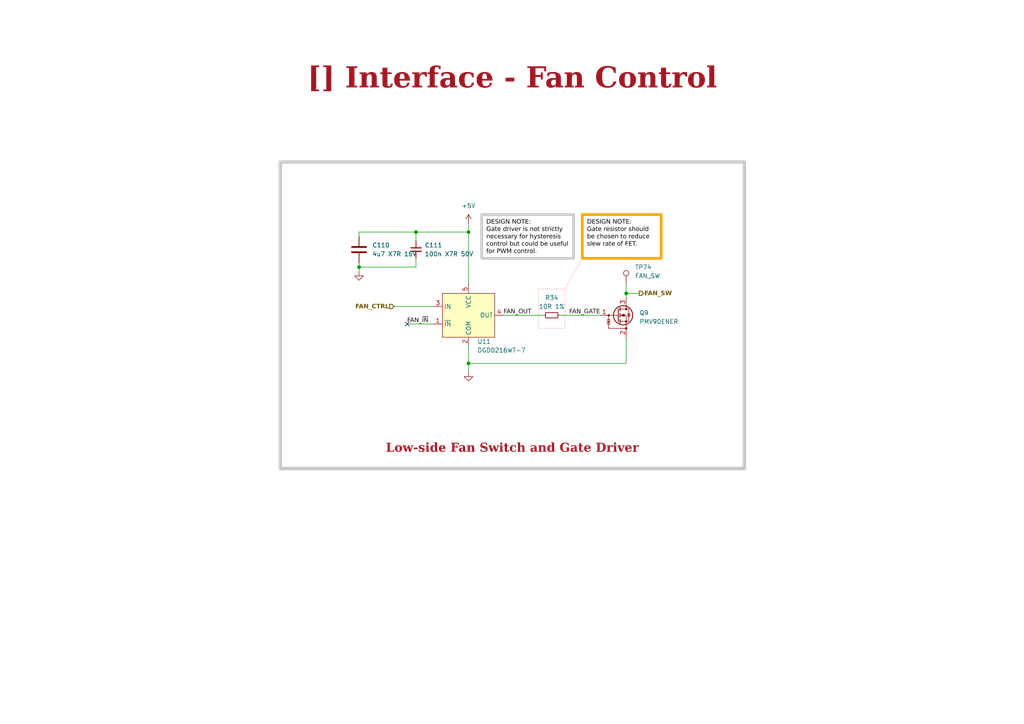
<source format=kicad_sch>
(kicad_sch
	(version 20231120)
	(generator "eeschema")
	(generator_version "8.0")
	(uuid "9561d9b9-905f-4f61-b14b-32e7a70f5d64")
	(paper "A4")
	(title_block
		(title "Interface - Fan Control")
		(date "2023-11-19")
		(rev "${REVISION}")
		(company "${COMPANY}")
	)
	(lib_symbols
		(symbol "0_gate_driver:DGD0216WT-7"
			(exclude_from_sim no)
			(in_bom yes)
			(on_board yes)
			(property "Reference" "U"
				(at -7.62 7.62 0)
				(effects
					(font
						(size 1.27 1.27)
					)
				)
			)
			(property "Value" "DGD0216WT-7"
				(at 7.62 -7.62 0)
				(effects
					(font
						(size 1.27 1.27)
					)
				)
			)
			(property "Footprint" "Package_TO_SOT_SMD:TSOT-23-5"
				(at 1.27 -22.86 0)
				(effects
					(font
						(size 1.27 1.27)
					)
					(hide yes)
				)
			)
			(property "Datasheet" "https://www.diodes.com/assets/Datasheets/DGD0215-0216.pdf"
				(at 0 -21.59 0)
				(effects
					(font
						(size 1.27 1.27)
					)
					(hide yes)
				)
			)
			(property "Description" "1.9A HIGH SPEED SINGLE GATE DRIVER"
				(at 0 0 0)
				(effects
					(font
						(size 1.27 1.27)
					)
					(hide yes)
				)
			)
			(property "ki_keywords" "Gate Driver"
				(at 0 0 0)
				(effects
					(font
						(size 1.27 1.27)
					)
					(hide yes)
				)
			)
			(symbol "DGD0216WT-7_1_1"
				(rectangle
					(start -7.62 6.35)
					(end 7.62 -6.35)
					(stroke
						(width 0)
						(type default)
					)
					(fill
						(type background)
					)
				)
				(pin input line
					(at -10.16 -2.54 0)
					(length 2.54)
					(name "~{IN}"
						(effects
							(font
								(size 1.27 1.27)
							)
						)
					)
					(number "1"
						(effects
							(font
								(size 1.27 1.27)
							)
						)
					)
				)
				(pin passive line
					(at 0 -8.89 90)
					(length 2.54)
					(name "COM"
						(effects
							(font
								(size 1.27 1.27)
							)
						)
					)
					(number "2"
						(effects
							(font
								(size 1.27 1.27)
							)
						)
					)
				)
				(pin input line
					(at -10.16 2.54 0)
					(length 2.54)
					(name "IN"
						(effects
							(font
								(size 1.27 1.27)
							)
						)
					)
					(number "3"
						(effects
							(font
								(size 1.27 1.27)
							)
						)
					)
				)
				(pin output line
					(at 10.16 0 180)
					(length 2.54)
					(name "OUT"
						(effects
							(font
								(size 1.27 1.27)
							)
						)
					)
					(number "4"
						(effects
							(font
								(size 1.27 1.27)
							)
						)
					)
				)
				(pin power_in line
					(at 0 8.89 270)
					(length 2.54)
					(name "VCC"
						(effects
							(font
								(size 1.27 1.27)
							)
						)
					)
					(number "5"
						(effects
							(font
								(size 1.27 1.27)
							)
						)
					)
				)
			)
		)
		(symbol "0_transistor_fet:PMV90ENER"
			(pin_names hide)
			(exclude_from_sim no)
			(in_bom yes)
			(on_board yes)
			(property "Reference" "Q"
				(at 5.08 1.905 0)
				(effects
					(font
						(size 1.27 1.27)
					)
					(justify left)
				)
			)
			(property "Value" "PMV90ENER"
				(at 5.08 0 0)
				(effects
					(font
						(size 1.27 1.27)
					)
					(justify left)
				)
			)
			(property "Footprint" "0_package_SOT_TO_SMD:SOT-23-3"
				(at 5.08 12.7 0)
				(effects
					(font
						(size 1.27 1.27)
						(italic yes)
					)
					(justify left)
					(hide yes)
				)
			)
			(property "Datasheet" "https://assets.nexperia.com/documents/data-sheet/PMV90ENE.pdf"
				(at 5.08 15.24 0)
				(effects
					(font
						(size 1.27 1.27)
					)
					(justify left)
					(hide yes)
				)
			)
			(property "Description" "N-Channel 30 V 3A (Ta) 460mW (Ta) Surface Mount TO-236AB"
				(at 0 0 0)
				(effects
					(font
						(size 1.27 1.27)
					)
					(hide yes)
				)
			)
			(property "ki_keywords" "N-Channel MOSFET Logic-Level"
				(at 0 0 0)
				(effects
					(font
						(size 1.27 1.27)
					)
					(hide yes)
				)
			)
			(property "ki_fp_filters" "TO?92*"
				(at 0 0 0)
				(effects
					(font
						(size 1.27 1.27)
					)
					(hide yes)
				)
			)
			(symbol "PMV90ENER_0_1"
				(circle
					(center -2.54 0)
					(radius 0.254)
					(stroke
						(width 0)
						(type default)
					)
					(fill
						(type outline)
					)
				)
				(polyline
					(pts
						(xy -2.54 -3.81) (xy -2.54 -2.54)
					)
					(stroke
						(width 0)
						(type default)
					)
					(fill
						(type none)
					)
				)
				(polyline
					(pts
						(xy -2.54 -3.81) (xy 2.54 -3.81)
					)
					(stroke
						(width 0)
						(type default)
					)
					(fill
						(type none)
					)
				)
				(polyline
					(pts
						(xy -2.54 0) (xy -2.54 -1.27)
					)
					(stroke
						(width 0)
						(type default)
					)
					(fill
						(type none)
					)
				)
				(polyline
					(pts
						(xy 0.254 0) (xy -2.54 0)
					)
					(stroke
						(width 0)
						(type default)
					)
					(fill
						(type none)
					)
				)
				(polyline
					(pts
						(xy 0.254 1.905) (xy 0.254 -1.905)
					)
					(stroke
						(width 0.254)
						(type default)
					)
					(fill
						(type none)
					)
				)
				(polyline
					(pts
						(xy 0.762 -1.27) (xy 0.762 -2.286)
					)
					(stroke
						(width 0.254)
						(type default)
					)
					(fill
						(type none)
					)
				)
				(polyline
					(pts
						(xy 0.762 0.508) (xy 0.762 -0.508)
					)
					(stroke
						(width 0.254)
						(type default)
					)
					(fill
						(type none)
					)
				)
				(polyline
					(pts
						(xy 0.762 2.286) (xy 0.762 1.27)
					)
					(stroke
						(width 0.254)
						(type default)
					)
					(fill
						(type none)
					)
				)
				(polyline
					(pts
						(xy 2.54 2.54) (xy 2.54 1.778)
					)
					(stroke
						(width 0)
						(type default)
					)
					(fill
						(type none)
					)
				)
				(polyline
					(pts
						(xy 2.54 -3.81) (xy 2.54 0) (xy 0.762 0)
					)
					(stroke
						(width 0)
						(type default)
					)
					(fill
						(type none)
					)
				)
				(polyline
					(pts
						(xy -2.54 -1.905) (xy -2.921 -1.27) (xy -2.159 -1.27) (xy -2.54 -1.905)
					)
					(stroke
						(width 0)
						(type default)
					)
					(fill
						(type none)
					)
				)
				(polyline
					(pts
						(xy -2.54 -1.905) (xy -2.159 -2.54) (xy -2.921 -2.54) (xy -2.54 -1.905)
					)
					(stroke
						(width 0)
						(type default)
					)
					(fill
						(type none)
					)
				)
				(polyline
					(pts
						(xy -2.032 -1.778) (xy -2.159 -1.905) (xy -2.921 -1.905) (xy -3.048 -2.032)
					)
					(stroke
						(width 0)
						(type default)
					)
					(fill
						(type none)
					)
				)
				(polyline
					(pts
						(xy 0.762 -1.778) (xy 3.302 -1.778) (xy 3.302 1.778) (xy 0.762 1.778)
					)
					(stroke
						(width 0)
						(type default)
					)
					(fill
						(type none)
					)
				)
				(polyline
					(pts
						(xy 1.016 0) (xy 2.032 0.381) (xy 2.032 -0.381) (xy 1.016 0)
					)
					(stroke
						(width 0)
						(type default)
					)
					(fill
						(type outline)
					)
				)
				(polyline
					(pts
						(xy 2.794 0.508) (xy 2.921 0.381) (xy 3.683 0.381) (xy 3.81 0.254)
					)
					(stroke
						(width 0)
						(type default)
					)
					(fill
						(type none)
					)
				)
				(polyline
					(pts
						(xy 3.302 0.381) (xy 2.921 -0.254) (xy 3.683 -0.254) (xy 3.302 0.381)
					)
					(stroke
						(width 0)
						(type default)
					)
					(fill
						(type none)
					)
				)
				(circle
					(center 1.651 0)
					(radius 2.794)
					(stroke
						(width 0.254)
						(type default)
					)
					(fill
						(type none)
					)
				)
				(circle
					(center 2.54 -3.81)
					(radius 0.254)
					(stroke
						(width 0)
						(type default)
					)
					(fill
						(type outline)
					)
				)
				(circle
					(center 2.54 -1.778)
					(radius 0.254)
					(stroke
						(width 0)
						(type default)
					)
					(fill
						(type outline)
					)
				)
				(circle
					(center 2.54 1.778)
					(radius 0.254)
					(stroke
						(width 0)
						(type default)
					)
					(fill
						(type outline)
					)
				)
			)
			(symbol "PMV90ENER_1_1"
				(pin input line
					(at -5.08 0 0)
					(length 2.54)
					(name "G"
						(effects
							(font
								(size 1.27 1.27)
							)
						)
					)
					(number "1"
						(effects
							(font
								(size 1.27 1.27)
							)
						)
					)
				)
				(pin passive line
					(at 2.54 -6.35 90)
					(length 2.54)
					(name "S"
						(effects
							(font
								(size 1.27 1.27)
							)
						)
					)
					(number "2"
						(effects
							(font
								(size 1.27 1.27)
							)
						)
					)
				)
				(pin passive line
					(at 2.54 5.08 270)
					(length 2.54)
					(name "D"
						(effects
							(font
								(size 1.27 1.27)
							)
						)
					)
					(number "3"
						(effects
							(font
								(size 1.27 1.27)
							)
						)
					)
				)
			)
		)
		(symbol "Connector:TestPoint"
			(pin_numbers hide)
			(pin_names
				(offset 0.762) hide)
			(exclude_from_sim no)
			(in_bom yes)
			(on_board yes)
			(property "Reference" "TP"
				(at 0 6.858 0)
				(effects
					(font
						(size 1.27 1.27)
					)
				)
			)
			(property "Value" "TestPoint"
				(at 0 5.08 0)
				(effects
					(font
						(size 1.27 1.27)
					)
				)
			)
			(property "Footprint" ""
				(at 5.08 0 0)
				(effects
					(font
						(size 1.27 1.27)
					)
					(hide yes)
				)
			)
			(property "Datasheet" "~"
				(at 5.08 0 0)
				(effects
					(font
						(size 1.27 1.27)
					)
					(hide yes)
				)
			)
			(property "Description" "test point"
				(at 0 0 0)
				(effects
					(font
						(size 1.27 1.27)
					)
					(hide yes)
				)
			)
			(property "ki_keywords" "test point tp"
				(at 0 0 0)
				(effects
					(font
						(size 1.27 1.27)
					)
					(hide yes)
				)
			)
			(property "ki_fp_filters" "Pin* Test*"
				(at 0 0 0)
				(effects
					(font
						(size 1.27 1.27)
					)
					(hide yes)
				)
			)
			(symbol "TestPoint_0_1"
				(circle
					(center 0 3.302)
					(radius 0.762)
					(stroke
						(width 0)
						(type default)
					)
					(fill
						(type none)
					)
				)
			)
			(symbol "TestPoint_1_1"
				(pin passive line
					(at 0 0 90)
					(length 2.54)
					(name "1"
						(effects
							(font
								(size 1.27 1.27)
							)
						)
					)
					(number "1"
						(effects
							(font
								(size 1.27 1.27)
							)
						)
					)
				)
			)
		)
		(symbol "Device:C"
			(pin_numbers hide)
			(pin_names
				(offset 0.254)
			)
			(exclude_from_sim no)
			(in_bom yes)
			(on_board yes)
			(property "Reference" "C"
				(at 0.635 2.54 0)
				(effects
					(font
						(size 1.27 1.27)
					)
					(justify left)
				)
			)
			(property "Value" "C"
				(at 0.635 -2.54 0)
				(effects
					(font
						(size 1.27 1.27)
					)
					(justify left)
				)
			)
			(property "Footprint" ""
				(at 0.9652 -3.81 0)
				(effects
					(font
						(size 1.27 1.27)
					)
					(hide yes)
				)
			)
			(property "Datasheet" "~"
				(at 0 0 0)
				(effects
					(font
						(size 1.27 1.27)
					)
					(hide yes)
				)
			)
			(property "Description" "Unpolarized capacitor"
				(at 0 0 0)
				(effects
					(font
						(size 1.27 1.27)
					)
					(hide yes)
				)
			)
			(property "ki_keywords" "cap capacitor"
				(at 0 0 0)
				(effects
					(font
						(size 1.27 1.27)
					)
					(hide yes)
				)
			)
			(property "ki_fp_filters" "C_*"
				(at 0 0 0)
				(effects
					(font
						(size 1.27 1.27)
					)
					(hide yes)
				)
			)
			(symbol "C_0_1"
				(polyline
					(pts
						(xy -2.032 -0.762) (xy 2.032 -0.762)
					)
					(stroke
						(width 0.508)
						(type default)
					)
					(fill
						(type none)
					)
				)
				(polyline
					(pts
						(xy -2.032 0.762) (xy 2.032 0.762)
					)
					(stroke
						(width 0.508)
						(type default)
					)
					(fill
						(type none)
					)
				)
			)
			(symbol "C_1_1"
				(pin passive line
					(at 0 3.81 270)
					(length 2.794)
					(name "~"
						(effects
							(font
								(size 1.27 1.27)
							)
						)
					)
					(number "1"
						(effects
							(font
								(size 1.27 1.27)
							)
						)
					)
				)
				(pin passive line
					(at 0 -3.81 90)
					(length 2.794)
					(name "~"
						(effects
							(font
								(size 1.27 1.27)
							)
						)
					)
					(number "2"
						(effects
							(font
								(size 1.27 1.27)
							)
						)
					)
				)
			)
		)
		(symbol "Device:C_Small"
			(pin_numbers hide)
			(pin_names
				(offset 0.254) hide)
			(exclude_from_sim no)
			(in_bom yes)
			(on_board yes)
			(property "Reference" "C"
				(at 0.254 1.778 0)
				(effects
					(font
						(size 1.27 1.27)
					)
					(justify left)
				)
			)
			(property "Value" "C_Small"
				(at 0.254 -2.032 0)
				(effects
					(font
						(size 1.27 1.27)
					)
					(justify left)
				)
			)
			(property "Footprint" ""
				(at 0 0 0)
				(effects
					(font
						(size 1.27 1.27)
					)
					(hide yes)
				)
			)
			(property "Datasheet" "~"
				(at 0 0 0)
				(effects
					(font
						(size 1.27 1.27)
					)
					(hide yes)
				)
			)
			(property "Description" "Unpolarized capacitor, small symbol"
				(at 0 0 0)
				(effects
					(font
						(size 1.27 1.27)
					)
					(hide yes)
				)
			)
			(property "ki_keywords" "capacitor cap"
				(at 0 0 0)
				(effects
					(font
						(size 1.27 1.27)
					)
					(hide yes)
				)
			)
			(property "ki_fp_filters" "C_*"
				(at 0 0 0)
				(effects
					(font
						(size 1.27 1.27)
					)
					(hide yes)
				)
			)
			(symbol "C_Small_0_1"
				(polyline
					(pts
						(xy -1.524 -0.508) (xy 1.524 -0.508)
					)
					(stroke
						(width 0.3302)
						(type default)
					)
					(fill
						(type none)
					)
				)
				(polyline
					(pts
						(xy -1.524 0.508) (xy 1.524 0.508)
					)
					(stroke
						(width 0.3048)
						(type default)
					)
					(fill
						(type none)
					)
				)
			)
			(symbol "C_Small_1_1"
				(pin passive line
					(at 0 2.54 270)
					(length 2.032)
					(name "~"
						(effects
							(font
								(size 1.27 1.27)
							)
						)
					)
					(number "1"
						(effects
							(font
								(size 1.27 1.27)
							)
						)
					)
				)
				(pin passive line
					(at 0 -2.54 90)
					(length 2.032)
					(name "~"
						(effects
							(font
								(size 1.27 1.27)
							)
						)
					)
					(number "2"
						(effects
							(font
								(size 1.27 1.27)
							)
						)
					)
				)
			)
		)
		(symbol "Device:R_Small"
			(pin_numbers hide)
			(pin_names
				(offset 0.254) hide)
			(exclude_from_sim no)
			(in_bom yes)
			(on_board yes)
			(property "Reference" "R"
				(at 0.762 0.508 0)
				(effects
					(font
						(size 1.27 1.27)
					)
					(justify left)
				)
			)
			(property "Value" "R_Small"
				(at 0.762 -1.016 0)
				(effects
					(font
						(size 1.27 1.27)
					)
					(justify left)
				)
			)
			(property "Footprint" ""
				(at 0 0 0)
				(effects
					(font
						(size 1.27 1.27)
					)
					(hide yes)
				)
			)
			(property "Datasheet" "~"
				(at 0 0 0)
				(effects
					(font
						(size 1.27 1.27)
					)
					(hide yes)
				)
			)
			(property "Description" "Resistor, small symbol"
				(at 0 0 0)
				(effects
					(font
						(size 1.27 1.27)
					)
					(hide yes)
				)
			)
			(property "ki_keywords" "R resistor"
				(at 0 0 0)
				(effects
					(font
						(size 1.27 1.27)
					)
					(hide yes)
				)
			)
			(property "ki_fp_filters" "R_*"
				(at 0 0 0)
				(effects
					(font
						(size 1.27 1.27)
					)
					(hide yes)
				)
			)
			(symbol "R_Small_0_1"
				(rectangle
					(start -0.762 1.778)
					(end 0.762 -1.778)
					(stroke
						(width 0.2032)
						(type default)
					)
					(fill
						(type none)
					)
				)
			)
			(symbol "R_Small_1_1"
				(pin passive line
					(at 0 2.54 270)
					(length 0.762)
					(name "~"
						(effects
							(font
								(size 1.27 1.27)
							)
						)
					)
					(number "1"
						(effects
							(font
								(size 1.27 1.27)
							)
						)
					)
				)
				(pin passive line
					(at 0 -2.54 90)
					(length 0.762)
					(name "~"
						(effects
							(font
								(size 1.27 1.27)
							)
						)
					)
					(number "2"
						(effects
							(font
								(size 1.27 1.27)
							)
						)
					)
				)
			)
		)
		(symbol "power:+5V"
			(power)
			(pin_names
				(offset 0)
			)
			(exclude_from_sim no)
			(in_bom yes)
			(on_board yes)
			(property "Reference" "#PWR"
				(at 0 -3.81 0)
				(effects
					(font
						(size 1.27 1.27)
					)
					(hide yes)
				)
			)
			(property "Value" "+5V"
				(at 0 3.556 0)
				(effects
					(font
						(size 1.27 1.27)
					)
				)
			)
			(property "Footprint" ""
				(at 0 0 0)
				(effects
					(font
						(size 1.27 1.27)
					)
					(hide yes)
				)
			)
			(property "Datasheet" ""
				(at 0 0 0)
				(effects
					(font
						(size 1.27 1.27)
					)
					(hide yes)
				)
			)
			(property "Description" "Power symbol creates a global label with name \"+5V\""
				(at 0 0 0)
				(effects
					(font
						(size 1.27 1.27)
					)
					(hide yes)
				)
			)
			(property "ki_keywords" "global power"
				(at 0 0 0)
				(effects
					(font
						(size 1.27 1.27)
					)
					(hide yes)
				)
			)
			(symbol "+5V_0_1"
				(polyline
					(pts
						(xy -0.762 1.27) (xy 0 2.54)
					)
					(stroke
						(width 0)
						(type default)
					)
					(fill
						(type none)
					)
				)
				(polyline
					(pts
						(xy 0 0) (xy 0 2.54)
					)
					(stroke
						(width 0)
						(type default)
					)
					(fill
						(type none)
					)
				)
				(polyline
					(pts
						(xy 0 2.54) (xy 0.762 1.27)
					)
					(stroke
						(width 0)
						(type default)
					)
					(fill
						(type none)
					)
				)
			)
			(symbol "+5V_1_1"
				(pin power_in line
					(at 0 0 90)
					(length 0) hide
					(name "+5V"
						(effects
							(font
								(size 1.27 1.27)
							)
						)
					)
					(number "1"
						(effects
							(font
								(size 1.27 1.27)
							)
						)
					)
				)
			)
		)
		(symbol "power:GND"
			(power)
			(pin_names
				(offset 0)
			)
			(exclude_from_sim no)
			(in_bom yes)
			(on_board yes)
			(property "Reference" "#PWR"
				(at 0 -6.35 0)
				(effects
					(font
						(size 1.27 1.27)
					)
					(hide yes)
				)
			)
			(property "Value" "GND"
				(at 0 -3.81 0)
				(effects
					(font
						(size 1.27 1.27)
					)
				)
			)
			(property "Footprint" ""
				(at 0 0 0)
				(effects
					(font
						(size 1.27 1.27)
					)
					(hide yes)
				)
			)
			(property "Datasheet" ""
				(at 0 0 0)
				(effects
					(font
						(size 1.27 1.27)
					)
					(hide yes)
				)
			)
			(property "Description" "Power symbol creates a global label with name \"GND\" , ground"
				(at 0 0 0)
				(effects
					(font
						(size 1.27 1.27)
					)
					(hide yes)
				)
			)
			(property "ki_keywords" "global power"
				(at 0 0 0)
				(effects
					(font
						(size 1.27 1.27)
					)
					(hide yes)
				)
			)
			(symbol "GND_0_1"
				(polyline
					(pts
						(xy 0 0) (xy 0 -1.27) (xy 1.27 -1.27) (xy 0 -2.54) (xy -1.27 -1.27) (xy 0 -1.27)
					)
					(stroke
						(width 0)
						(type default)
					)
					(fill
						(type none)
					)
				)
			)
			(symbol "GND_1_1"
				(pin power_in line
					(at 0 0 270)
					(length 0) hide
					(name "GND"
						(effects
							(font
								(size 1.27 1.27)
							)
						)
					)
					(number "1"
						(effects
							(font
								(size 1.27 1.27)
							)
						)
					)
				)
			)
		)
	)
	(junction
		(at 135.89 67.31)
		(diameter 0)
		(color 0 0 0 0)
		(uuid "101e2370-fde4-40c7-924f-1c041ea073b4")
	)
	(junction
		(at 135.89 105.41)
		(diameter 0)
		(color 0 0 0 0)
		(uuid "20cf5432-6741-4fc5-b1d7-53c32d8001c9")
	)
	(junction
		(at 120.65 67.31)
		(diameter 0)
		(color 0 0 0 0)
		(uuid "44fca2cd-3f3e-46f8-9f55-e048e840c877")
	)
	(junction
		(at 181.61 85.09)
		(diameter 0)
		(color 0 0 0 0)
		(uuid "5d418cee-ea31-48c2-92b2-fd1f9e25170f")
	)
	(junction
		(at 104.14 77.47)
		(diameter 0)
		(color 0 0 0 0)
		(uuid "b3977ccd-bacd-46bf-aaa8-08536d18cf98")
	)
	(no_connect
		(at 118.11 93.98)
		(uuid "f2cb6240-337d-4902-9b20-8a76fd513b47")
	)
	(wire
		(pts
			(xy 181.61 85.09) (xy 181.61 86.36)
		)
		(stroke
			(width 0)
			(type default)
		)
		(uuid "048ffe3e-ebe7-43ec-b7a2-6365493d7b18")
	)
	(wire
		(pts
			(xy 104.14 77.47) (xy 104.14 76.2)
		)
		(stroke
			(width 0)
			(type default)
		)
		(uuid "3751f164-aeb3-46e4-a99f-3767ca5b9246")
	)
	(wire
		(pts
			(xy 135.89 64.77) (xy 135.89 67.31)
		)
		(stroke
			(width 0)
			(type default)
		)
		(uuid "39106e5f-d8d4-418c-a534-5b165bfd7730")
	)
	(wire
		(pts
			(xy 146.05 91.44) (xy 157.48 91.44)
		)
		(stroke
			(width 0)
			(type default)
		)
		(uuid "3ca57dfa-2eda-4492-8d3c-8e3a6a9e2cb0")
	)
	(wire
		(pts
			(xy 135.89 107.95) (xy 135.89 105.41)
		)
		(stroke
			(width 0)
			(type default)
		)
		(uuid "410de889-300d-4944-b0f0-6fec4131090e")
	)
	(wire
		(pts
			(xy 181.61 85.09) (xy 181.61 82.55)
		)
		(stroke
			(width 0)
			(type default)
		)
		(uuid "4907b5f6-5ee1-4545-9427-03312eb3d4a1")
	)
	(wire
		(pts
			(xy 120.65 67.31) (xy 135.89 67.31)
		)
		(stroke
			(width 0)
			(type default)
		)
		(uuid "56708e91-39e1-4335-9451-d33ac839af3c")
	)
	(wire
		(pts
			(xy 104.14 67.31) (xy 120.65 67.31)
		)
		(stroke
			(width 0)
			(type default)
		)
		(uuid "64b4ef4a-6f5f-4d51-b593-dcc84272aabc")
	)
	(wire
		(pts
			(xy 135.89 105.41) (xy 135.89 100.33)
		)
		(stroke
			(width 0)
			(type default)
		)
		(uuid "6b9a765e-9d6d-4479-9902-d06b34e1932b")
	)
	(wire
		(pts
			(xy 104.14 78.74) (xy 104.14 77.47)
		)
		(stroke
			(width 0)
			(type default)
		)
		(uuid "802ba361-95c9-448e-9e81-bd5ceb01988e")
	)
	(wire
		(pts
			(xy 135.89 67.31) (xy 135.89 82.55)
		)
		(stroke
			(width 0)
			(type default)
		)
		(uuid "863b0ba9-feb4-4b3d-9158-ed85a7fc46f1")
	)
	(wire
		(pts
			(xy 181.61 105.41) (xy 181.61 97.79)
		)
		(stroke
			(width 0)
			(type default)
		)
		(uuid "99583f31-a05e-4d39-840c-b970772f6ef6")
	)
	(wire
		(pts
			(xy 120.65 69.85) (xy 120.65 67.31)
		)
		(stroke
			(width 0)
			(type default)
		)
		(uuid "a836599c-bf9d-454a-ac88-2a2a04e1826a")
	)
	(wire
		(pts
			(xy 104.14 77.47) (xy 120.65 77.47)
		)
		(stroke
			(width 0)
			(type default)
		)
		(uuid "b37357d6-16c4-4e68-b503-2f582659f3bc")
	)
	(wire
		(pts
			(xy 162.56 91.44) (xy 173.99 91.44)
		)
		(stroke
			(width 0)
			(type default)
		)
		(uuid "b98d131c-325c-471b-b91a-70e8529f33f3")
	)
	(wire
		(pts
			(xy 185.42 85.09) (xy 181.61 85.09)
		)
		(stroke
			(width 0)
			(type default)
		)
		(uuid "bdb0529b-6132-4b6d-9142-3b765b09c471")
	)
	(wire
		(pts
			(xy 120.65 77.47) (xy 120.65 74.93)
		)
		(stroke
			(width 0)
			(type default)
		)
		(uuid "c1d1786f-36ce-48b0-9be6-6d4ed1059fcb")
	)
	(wire
		(pts
			(xy 135.89 105.41) (xy 181.61 105.41)
		)
		(stroke
			(width 0)
			(type default)
		)
		(uuid "cc544105-2ea8-47b1-b452-6f7ad4e0714f")
	)
	(wire
		(pts
			(xy 114.3 88.9) (xy 125.73 88.9)
		)
		(stroke
			(width 0)
			(type default)
		)
		(uuid "d11efbef-8855-47a1-9cfa-d917a4dda83e")
	)
	(polyline
		(pts
			(xy 168.91 74.93) (xy 163.83 83.82)
		)
		(stroke
			(width 0)
			(type dot)
			(color 255 0 0 1)
		)
		(uuid "d1a39232-5d49-455b-8e61-6b10100f7c7a")
	)
	(wire
		(pts
			(xy 104.14 68.58) (xy 104.14 67.31)
		)
		(stroke
			(width 0)
			(type default)
		)
		(uuid "f218f68d-bdc6-4170-85fd-b96f85911fb3")
	)
	(wire
		(pts
			(xy 118.11 93.98) (xy 125.73 93.98)
		)
		(stroke
			(width 0)
			(type default)
		)
		(uuid "fa7b5097-6ac2-4c9d-8bbe-8865315f496d")
	)
	(rectangle
		(start 81.28 46.99)
		(end 215.9 135.89)
		(stroke
			(width 1)
			(type default)
			(color 200 200 200 1)
		)
		(fill
			(type none)
		)
		(uuid 55b62773-aca7-4aa9-a129-1ec7f329bbbb)
	)
	(rectangle
		(start 156.21 83.82)
		(end 163.83 95.25)
		(stroke
			(width 0)
			(type dot)
			(color 255 0 0 1)
		)
		(fill
			(type none)
		)
		(uuid 7f6e66e1-421d-4eae-9d31-820bd27b0277)
	)
	(text_box "Low-side Fan Switch and Gate Driver"
		(exclude_from_sim no)
		(at 82.55 124.46 0)
		(size 132.08 8.89)
		(stroke
			(width -0.0001)
			(type default)
		)
		(fill
			(type none)
		)
		(effects
			(font
				(face "Times New Roman")
				(size 2.54 2.54)
				(thickness 0.508)
				(bold yes)
				(color 162 22 34 1)
			)
			(justify bottom)
		)
		(uuid "75acdc0f-70f5-4531-a7bc-2c74ac6b0c60")
	)
	(text_box "DESIGN NOTE:\nGate driver is not strictly necessary for hysteresis control but could be useful for PWM control."
		(exclude_from_sim no)
		(at 139.7 62.23 0)
		(size 26.67 12.7)
		(stroke
			(width 0.8)
			(type solid)
			(color 200 200 200 1)
		)
		(fill
			(type none)
		)
		(effects
			(font
				(face "Arial")
				(size 1.27 1.27)
				(color 0 0 0 1)
			)
			(justify left top)
		)
		(uuid "ae9cb168-0556-44ea-9a10-dac3cc0d393c")
	)
	(text_box "DESIGN NOTE:\nGate resistor should be chosen to reduce slew rate of FET."
		(exclude_from_sim no)
		(at 168.91 62.23 0)
		(size 22.86 12.7)
		(stroke
			(width 0.8)
			(type solid)
			(color 255 165 0 1)
		)
		(fill
			(type none)
		)
		(effects
			(font
				(face "Arial")
				(size 1.27 1.27)
				(color 0 0 0 1)
			)
			(justify left top)
		)
		(uuid "f50f95f9-f6b1-4c32-bb6f-6e295a7bc32a")
	)
	(text_box "[${#}] ${TITLE}"
		(exclude_from_sim no)
		(at 80.01 16.51 0)
		(size 137.16 12.7)
		(stroke
			(width -0.0001)
			(type default)
		)
		(fill
			(type none)
		)
		(effects
			(font
				(face "Times New Roman")
				(size 6 6)
				(thickness 1.2)
				(bold yes)
				(color 162 22 34 1)
			)
		)
		(uuid "f5ed8ea7-c8d1-484a-84f3-351b810d8e28")
	)
	(label "FAN_OUT"
		(at 146.05 91.44 0)
		(fields_autoplaced yes)
		(effects
			(font
				(face "Arial")
				(size 1.27 1.27)
			)
			(justify left bottom)
		)
		(uuid "3bd021d3-b293-46cf-aad1-6aca52a7cbef")
	)
	(label "FAN_GATE"
		(at 165.1 91.44 0)
		(fields_autoplaced yes)
		(effects
			(font
				(face "Arial")
				(size 1.27 1.27)
			)
			(justify left bottom)
		)
		(uuid "7af2eb96-60af-44c2-9e59-a5b5e4ebf66c")
	)
	(label "FAN_~{IN}"
		(at 118.11 93.98 0)
		(fields_autoplaced yes)
		(effects
			(font
				(face "Arial")
				(size 1.27 1.27)
			)
			(justify left bottom)
		)
		(uuid "904ea58a-f675-49ab-8092-c11cc9e5e748")
	)
	(hierarchical_label "FAN_SW"
		(shape output)
		(at 185.42 85.09 0)
		(fields_autoplaced yes)
		(effects
			(font
				(face "Arial")
				(size 1.27 1.27)
				(thickness 0.254)
				(bold yes)
			)
			(justify left)
		)
		(uuid "092cb7c6-c439-42ba-b0dd-bfc636802d68")
	)
	(hierarchical_label "FAN_CTRL"
		(shape input)
		(at 114.3 88.9 180)
		(fields_autoplaced yes)
		(effects
			(font
				(face "Arial")
				(size 1.27 1.27)
				(thickness 0.254)
				(bold yes)
			)
			(justify right)
		)
		(uuid "109d8f0f-db84-4150-96bd-240a3eeafb74")
	)
	(symbol
		(lib_id "Device:C")
		(at 104.14 72.39 0)
		(unit 1)
		(exclude_from_sim no)
		(in_bom yes)
		(on_board yes)
		(dnp no)
		(uuid "40e53a1f-7245-4f96-bd17-5d01fa1fb9d5")
		(property "Reference" "C110"
			(at 107.95 71.12 0)
			(effects
				(font
					(size 1.27 1.27)
				)
				(justify left)
			)
		)
		(property "Value" "4u7 X7R 16V"
			(at 107.95 73.66 0)
			(effects
				(font
					(size 1.27 1.27)
				)
				(justify left)
			)
		)
		(property "Footprint" "0_capacitor_smd:C_0603_1608_DensityHigh"
			(at 105.1052 76.2 0)
			(effects
				(font
					(size 1.27 1.27)
				)
				(hide yes)
			)
		)
		(property "Datasheet" "https://search.murata.co.jp/Ceramy/image/img/A01X/G101/ENG/GRM188Z71C475KE21-01A.pdf"
			(at 104.14 72.39 0)
			(effects
				(font
					(size 1.27 1.27)
				)
				(hide yes)
			)
		)
		(property "Description" "4.7 µF ±10% 16V Ceramic Capacitor X7R 0603 (1608 Metric)"
			(at 104.14 72.39 0)
			(effects
				(font
					(size 1.27 1.27)
				)
				(hide yes)
			)
		)
		(property "Manufacturer" "Murata Electronics"
			(at 104.14 72.39 0)
			(effects
				(font
					(size 1.27 1.27)
				)
				(hide yes)
			)
		)
		(property "Manufacturer Part Number" "GRM188Z71C475KE21J"
			(at 104.14 72.39 0)
			(effects
				(font
					(size 1.27 1.27)
				)
				(hide yes)
			)
		)
		(property "Supplier 1" "Digikey"
			(at 104.14 72.39 0)
			(effects
				(font
					(size 1.27 1.27)
				)
				(hide yes)
			)
		)
		(property "Supplier Part Number 1" "490-GRM188Z71C475KE21JCT-ND"
			(at 104.14 72.39 0)
			(effects
				(font
					(size 1.27 1.27)
				)
				(hide yes)
			)
		)
		(pin "1"
			(uuid "5185d2a6-421f-4a45-87c4-0cc46e28cfd1")
		)
		(pin "2"
			(uuid "524b0a4f-3d7c-43a2-a060-0d07e61d6b6d")
		)
		(instances
			(project "pcb2blender_tmp"
				(path "/0650c7a8-acba-429c-9f8e-eec0baf0bc1c/fede4c36-00cc-4d3d-b71c-5243ba232202/a6cb2049-0230-448a-abe7-a100286c1c6c"
					(reference "C110")
					(unit 1)
				)
			)
		)
	)
	(symbol
		(lib_id "Device:R_Small")
		(at 160.02 91.44 90)
		(unit 1)
		(exclude_from_sim no)
		(in_bom yes)
		(on_board yes)
		(dnp no)
		(fields_autoplaced yes)
		(uuid "436345e9-3a15-474a-86ff-06d999f774f0")
		(property "Reference" "R34"
			(at 160.02 86.36 90)
			(effects
				(font
					(size 1.27 1.27)
				)
			)
		)
		(property "Value" "10R 1%"
			(at 160.02 88.9 90)
			(effects
				(font
					(size 1.27 1.27)
				)
			)
		)
		(property "Footprint" "0_resistor_smd:R_0603_1608_DensityHigh"
			(at 160.02 91.44 0)
			(effects
				(font
					(size 1.27 1.27)
				)
				(hide yes)
			)
		)
		(property "Datasheet" "https://www.vishay.com/docs/20043/crcwhpe3.pdf"
			(at 160.02 91.44 0)
			(effects
				(font
					(size 1.27 1.27)
				)
				(hide yes)
			)
		)
		(property "Description" "10 Ohms ±1% 0.333W, 1/3W Chip Resistor 0603 (1608 Metric) Automotive AEC-Q200, Pulse Withstanding Thick Film"
			(at 160.02 91.44 0)
			(effects
				(font
					(size 1.27 1.27)
				)
				(hide yes)
			)
		)
		(property "Manufacturer" "Vishay"
			(at 160.02 91.44 0)
			(effects
				(font
					(size 1.27 1.27)
				)
				(hide yes)
			)
		)
		(property "Manufacturer Part Number" "CRCW060310R0FKEAHP"
			(at 160.02 91.44 0)
			(effects
				(font
					(size 1.27 1.27)
				)
				(hide yes)
			)
		)
		(property "Supplier 1" "Digikey"
			(at 160.02 91.44 0)
			(effects
				(font
					(size 1.27 1.27)
				)
				(hide yes)
			)
		)
		(property "Supplier Part Number 1" "541-10.0SCT-ND"
			(at 160.02 91.44 0)
			(effects
				(font
					(size 1.27 1.27)
				)
				(hide yes)
			)
		)
		(pin "1"
			(uuid "5aaafef4-efe9-4d23-8eb7-eda1217fc3ef")
		)
		(pin "2"
			(uuid "b21a5637-1044-4647-85e6-636239aa891a")
		)
		(instances
			(project "pcb2blender_tmp"
				(path "/0650c7a8-acba-429c-9f8e-eec0baf0bc1c/fede4c36-00cc-4d3d-b71c-5243ba232202/a6cb2049-0230-448a-abe7-a100286c1c6c"
					(reference "R34")
					(unit 1)
				)
			)
		)
	)
	(symbol
		(lib_id "power:GND")
		(at 104.14 78.74 0)
		(unit 1)
		(exclude_from_sim no)
		(in_bom yes)
		(on_board yes)
		(dnp no)
		(fields_autoplaced yes)
		(uuid "683e69f2-0e7e-4764-bfc7-d78303bfc95e")
		(property "Reference" "#PWR060"
			(at 104.14 85.09 0)
			(effects
				(font
					(size 1.27 1.27)
				)
				(hide yes)
			)
		)
		(property "Value" "GND"
			(at 104.14 83.82 0)
			(effects
				(font
					(size 1.27 1.27)
				)
				(hide yes)
			)
		)
		(property "Footprint" ""
			(at 104.14 78.74 0)
			(effects
				(font
					(size 1.27 1.27)
				)
				(hide yes)
			)
		)
		(property "Datasheet" ""
			(at 104.14 78.74 0)
			(effects
				(font
					(size 1.27 1.27)
				)
				(hide yes)
			)
		)
		(property "Description" ""
			(at 104.14 78.74 0)
			(effects
				(font
					(size 1.27 1.27)
				)
				(hide yes)
			)
		)
		(pin "1"
			(uuid "3e7c19d9-6fb4-4394-943e-2a7988ea8015")
		)
		(instances
			(project "pcb2blender_tmp"
				(path "/0650c7a8-acba-429c-9f8e-eec0baf0bc1c/fede4c36-00cc-4d3d-b71c-5243ba232202/a6cb2049-0230-448a-abe7-a100286c1c6c"
					(reference "#PWR060")
					(unit 1)
				)
			)
		)
	)
	(symbol
		(lib_id "power:+5V")
		(at 135.89 64.77 0)
		(unit 1)
		(exclude_from_sim no)
		(in_bom yes)
		(on_board yes)
		(dnp no)
		(fields_autoplaced yes)
		(uuid "7615ab05-b5a6-451f-910b-f8cc50a7347c")
		(property "Reference" "#PWR061"
			(at 135.89 68.58 0)
			(effects
				(font
					(size 1.27 1.27)
				)
				(hide yes)
			)
		)
		(property "Value" "+5V"
			(at 135.89 59.69 0)
			(effects
				(font
					(size 1.27 1.27)
				)
			)
		)
		(property "Footprint" ""
			(at 135.89 64.77 0)
			(effects
				(font
					(size 1.27 1.27)
				)
				(hide yes)
			)
		)
		(property "Datasheet" ""
			(at 135.89 64.77 0)
			(effects
				(font
					(size 1.27 1.27)
				)
				(hide yes)
			)
		)
		(property "Description" ""
			(at 135.89 64.77 0)
			(effects
				(font
					(size 1.27 1.27)
				)
				(hide yes)
			)
		)
		(pin "1"
			(uuid "10abffc3-165e-40d6-9970-2bb7196b8422")
		)
		(instances
			(project "pcb2blender_tmp"
				(path "/0650c7a8-acba-429c-9f8e-eec0baf0bc1c/fede4c36-00cc-4d3d-b71c-5243ba232202/a6cb2049-0230-448a-abe7-a100286c1c6c"
					(reference "#PWR061")
					(unit 1)
				)
			)
		)
	)
	(symbol
		(lib_id "power:GND")
		(at 135.89 107.95 0)
		(unit 1)
		(exclude_from_sim no)
		(in_bom yes)
		(on_board yes)
		(dnp no)
		(fields_autoplaced yes)
		(uuid "82a92d1e-e7fd-49a7-81b1-8b058a443e13")
		(property "Reference" "#PWR062"
			(at 135.89 114.3 0)
			(effects
				(font
					(size 1.27 1.27)
				)
				(hide yes)
			)
		)
		(property "Value" "GND"
			(at 135.89 113.03 0)
			(effects
				(font
					(size 1.27 1.27)
				)
				(hide yes)
			)
		)
		(property "Footprint" ""
			(at 135.89 107.95 0)
			(effects
				(font
					(size 1.27 1.27)
				)
				(hide yes)
			)
		)
		(property "Datasheet" ""
			(at 135.89 107.95 0)
			(effects
				(font
					(size 1.27 1.27)
				)
				(hide yes)
			)
		)
		(property "Description" ""
			(at 135.89 107.95 0)
			(effects
				(font
					(size 1.27 1.27)
				)
				(hide yes)
			)
		)
		(pin "1"
			(uuid "93cc4dbd-8f85-4c21-a495-5b01e0b294f8")
		)
		(instances
			(project "pcb2blender_tmp"
				(path "/0650c7a8-acba-429c-9f8e-eec0baf0bc1c/fede4c36-00cc-4d3d-b71c-5243ba232202/a6cb2049-0230-448a-abe7-a100286c1c6c"
					(reference "#PWR062")
					(unit 1)
				)
			)
		)
	)
	(symbol
		(lib_id "0_gate_driver:DGD0216WT-7")
		(at 135.89 91.44 0)
		(unit 1)
		(exclude_from_sim no)
		(in_bom yes)
		(on_board yes)
		(dnp no)
		(uuid "adf2080e-debc-4cee-a58e-501516191c29")
		(property "Reference" "U11"
			(at 138.43 99.06 0)
			(effects
				(font
					(size 1.27 1.27)
				)
				(justify left)
			)
		)
		(property "Value" "DGD0216WT-7"
			(at 138.43 101.6 0)
			(effects
				(font
					(size 1.27 1.27)
				)
				(justify left)
			)
		)
		(property "Footprint" "0_package_SOT_TO_SMD:SOT-23-5"
			(at 137.16 114.3 0)
			(effects
				(font
					(size 1.27 1.27)
				)
				(hide yes)
			)
		)
		(property "Datasheet" "https://www.diodes.com/assets/Datasheets/DGD0215-0216.pdf"
			(at 135.89 113.03 0)
			(effects
				(font
					(size 1.27 1.27)
				)
				(hide yes)
			)
		)
		(property "Description" "1.9A HIGH SPEED SINGLE GATE DRIVER"
			(at 135.89 91.44 0)
			(effects
				(font
					(size 1.27 1.27)
				)
				(hide yes)
			)
		)
		(property "Manufacturer" "Diodes Incorporated"
			(at 135.89 91.44 0)
			(effects
				(font
					(size 1.27 1.27)
				)
				(hide yes)
			)
		)
		(property "Manufacturer Part Number" "DGD0216WT-7"
			(at 135.89 91.44 0)
			(effects
				(font
					(size 1.27 1.27)
				)
				(hide yes)
			)
		)
		(property "Supplier 1" "Digikey"
			(at 135.89 91.44 0)
			(effects
				(font
					(size 1.27 1.27)
				)
				(hide yes)
			)
		)
		(property "Supplier Part Number 1" "DGD0216WT-7DICT-ND"
			(at 135.89 91.44 0)
			(effects
				(font
					(size 1.27 1.27)
				)
				(hide yes)
			)
		)
		(pin "1"
			(uuid "c9aed689-7dd1-4eae-89a9-e2816744a63d")
		)
		(pin "2"
			(uuid "76daf44c-880e-4117-ba39-f2a0515e6c4f")
		)
		(pin "3"
			(uuid "3d9d76ff-312a-4c72-a3d9-0bf7c6a1ef81")
		)
		(pin "4"
			(uuid "b0209a81-158b-48be-8342-0281222edaa2")
		)
		(pin "5"
			(uuid "577b5397-769a-455b-a3fc-b30ce8457529")
		)
		(instances
			(project "pcb2blender_tmp"
				(path "/0650c7a8-acba-429c-9f8e-eec0baf0bc1c/fede4c36-00cc-4d3d-b71c-5243ba232202/a6cb2049-0230-448a-abe7-a100286c1c6c"
					(reference "U11")
					(unit 1)
				)
			)
		)
	)
	(symbol
		(lib_id "Connector:TestPoint")
		(at 181.61 82.55 0)
		(unit 1)
		(exclude_from_sim no)
		(in_bom no)
		(on_board yes)
		(dnp no)
		(uuid "bba51a0f-108e-42c0-b7b3-6c4013fb9eb8")
		(property "Reference" "TP8"
			(at 184.15 77.47 0)
			(effects
				(font
					(size 1.27 1.27)
				)
				(justify left)
			)
		)
		(property "Value" "FAN_SW"
			(at 184.15 80.01 0)
			(effects
				(font
					(size 1.27 1.27)
				)
				(justify left)
			)
		)
		(property "Footprint" "0_testpoint:TestPoint_Pad_D0.5mm_Back"
			(at 186.69 82.55 0)
			(effects
				(font
					(size 1.27 1.27)
				)
				(hide yes)
			)
		)
		(property "Datasheet" "~"
			(at 186.69 82.55 0)
			(effects
				(font
					(size 1.27 1.27)
				)
				(hide yes)
			)
		)
		(property "Description" ""
			(at 181.61 82.55 0)
			(effects
				(font
					(size 1.27 1.27)
				)
				(hide yes)
			)
		)
		(pin "1"
			(uuid "328ab1c0-38ad-4d4d-a16f-15e6b8a2db61")
		)
		(instances
			(project "pcb2blender_tmp"
				(path "/0650c7a8-acba-429c-9f8e-eec0baf0bc1c/fede4c36-00cc-4d3d-b71c-5243ba232202/a6cb2049-0230-448a-abe7-a100286c1c6c"
					(reference "TP74")
					(unit 1)
				)
				(path "/0650c7a8-acba-429c-9f8e-eec0baf0bc1c/fede4c36-00cc-4d3d-b71c-5243ba232202/e6015f1e-cbce-46f4-85e1-3d5463a17dc1"
					(reference "TP8")
					(unit 1)
				)
			)
		)
	)
	(symbol
		(lib_id "0_transistor_fet:PMV90ENER")
		(at 179.07 91.44 0)
		(unit 1)
		(exclude_from_sim no)
		(in_bom yes)
		(on_board yes)
		(dnp no)
		(fields_autoplaced yes)
		(uuid "cc5891be-2a1e-4eab-9fb8-42d7b7118aa2")
		(property "Reference" "Q9"
			(at 185.42 90.7415 0)
			(effects
				(font
					(size 1.27 1.27)
				)
				(justify left)
			)
		)
		(property "Value" "PMV90ENER"
			(at 185.42 93.2815 0)
			(effects
				(font
					(size 1.27 1.27)
				)
				(justify left)
			)
		)
		(property "Footprint" "0_package_SOT_TO_SMD:SOT-23-3"
			(at 184.15 78.74 0)
			(effects
				(font
					(size 1.27 1.27)
					(italic yes)
				)
				(justify left)
				(hide yes)
			)
		)
		(property "Datasheet" "https://assets.nexperia.com/documents/data-sheet/PMV90ENE.pdf"
			(at 184.15 76.2 0)
			(effects
				(font
					(size 1.27 1.27)
				)
				(justify left)
				(hide yes)
			)
		)
		(property "Description" "N-Channel 30 V 3A (Ta) 460mW (Ta) Surface Mount TO-236AB"
			(at 179.07 91.44 0)
			(effects
				(font
					(size 1.27 1.27)
				)
				(hide yes)
			)
		)
		(property "Manufacturer" "Nexperia USA Inc."
			(at 179.07 91.44 0)
			(effects
				(font
					(size 1.27 1.27)
				)
				(hide yes)
			)
		)
		(property "Manufacturer Part Number" "PMV90ENER"
			(at 179.07 91.44 0)
			(effects
				(font
					(size 1.27 1.27)
				)
				(hide yes)
			)
		)
		(property "Supplier 1" "Digikey"
			(at 179.07 91.44 0)
			(effects
				(font
					(size 1.27 1.27)
				)
				(hide yes)
			)
		)
		(property "Supplier Part Number 1" "1727-2735-1-ND"
			(at 179.07 91.44 0)
			(effects
				(font
					(size 1.27 1.27)
				)
				(hide yes)
			)
		)
		(pin "1"
			(uuid "df82d3ec-c8ec-426e-8334-ba36f4bd857c")
		)
		(pin "2"
			(uuid "fe480f19-6b79-4493-840e-df1faafa52a0")
		)
		(pin "3"
			(uuid "b594219e-30cd-41b9-9d74-42204e6656ad")
		)
		(instances
			(project "pcb2blender_tmp"
				(path "/0650c7a8-acba-429c-9f8e-eec0baf0bc1c/fede4c36-00cc-4d3d-b71c-5243ba232202/a6cb2049-0230-448a-abe7-a100286c1c6c"
					(reference "Q9")
					(unit 1)
				)
			)
		)
	)
	(symbol
		(lib_id "Device:C_Small")
		(at 120.65 72.39 0)
		(unit 1)
		(exclude_from_sim no)
		(in_bom yes)
		(on_board yes)
		(dnp no)
		(uuid "e5f5057f-e1ed-4a4f-b0f6-723a8da0030f")
		(property "Reference" "C111"
			(at 123.19 71.1263 0)
			(effects
				(font
					(size 1.27 1.27)
				)
				(justify left)
			)
		)
		(property "Value" "100n X7R 50V"
			(at 123.19 73.6663 0)
			(effects
				(font
					(size 1.27 1.27)
				)
				(justify left)
			)
		)
		(property "Footprint" "0_capacitor_smd:C_0402_1005_DensityHigh"
			(at 120.65 72.39 0)
			(effects
				(font
					(size 1.27 1.27)
				)
				(hide yes)
			)
		)
		(property "Datasheet" "https://search.murata.co.jp/Ceramy/image/img/A01X/G101/ENG/GCM155R71H104KE02-01.pdf"
			(at 120.65 72.39 0)
			(effects
				(font
					(size 1.27 1.27)
				)
				(hide yes)
			)
		)
		(property "Description" "0.1 µF ±10% 50V Ceramic Capacitor X7R 0402 (1005 Metric)"
			(at 120.65 72.39 0)
			(effects
				(font
					(size 1.27 1.27)
				)
				(hide yes)
			)
		)
		(property "Manufacturer" "Murata Electronics"
			(at 120.65 72.39 0)
			(effects
				(font
					(size 1.27 1.27)
				)
				(hide yes)
			)
		)
		(property "Manufacturer Part Number" "GCM155R71H104KE02J"
			(at 120.65 72.39 0)
			(effects
				(font
					(size 1.27 1.27)
				)
				(hide yes)
			)
		)
		(property "Supplier 1" "Digikey"
			(at 120.65 72.39 0)
			(effects
				(font
					(size 1.27 1.27)
				)
				(hide yes)
			)
		)
		(property "Supplier Part Number 1" "490-14514-1-ND"
			(at 120.65 72.39 0)
			(effects
				(font
					(size 1.27 1.27)
				)
				(hide yes)
			)
		)
		(pin "1"
			(uuid "cbfb81ac-52bb-4c87-b834-da4812dd4bb9")
		)
		(pin "2"
			(uuid "cc0da7a0-06b6-4a40-a41a-dbffb754e8de")
		)
		(instances
			(project "pcb2blender_tmp"
				(path "/0650c7a8-acba-429c-9f8e-eec0baf0bc1c/fede4c36-00cc-4d3d-b71c-5243ba232202/a6cb2049-0230-448a-abe7-a100286c1c6c"
					(reference "C111")
					(unit 1)
				)
			)
		)
	)
)

</source>
